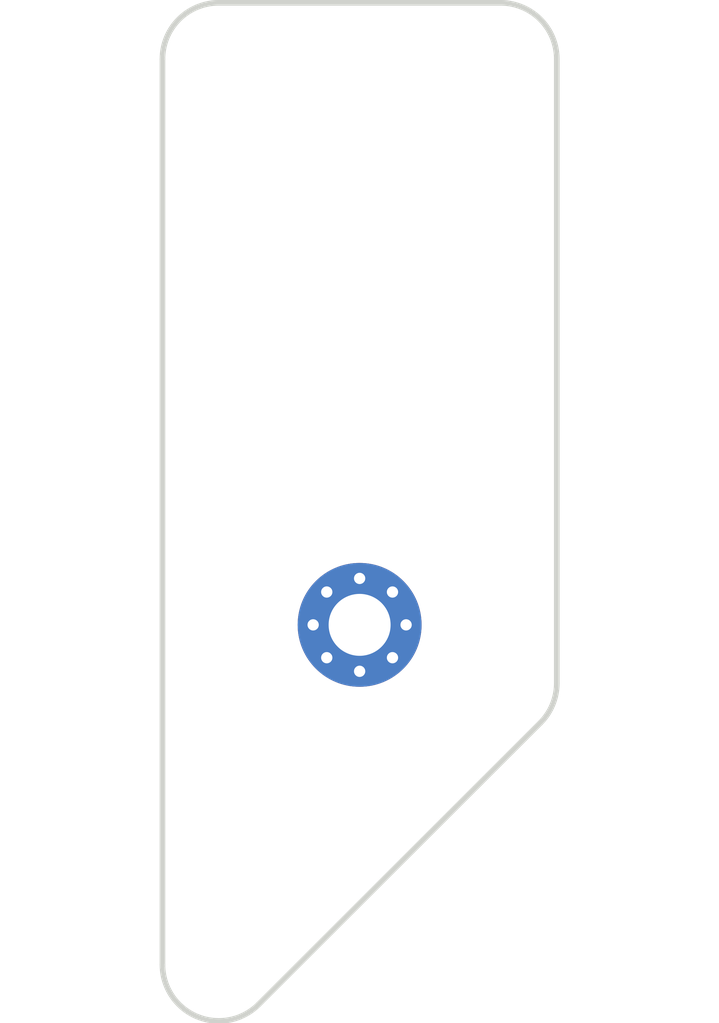
<source format=kicad_pcb>
(kicad_pcb (version 20171130) (host pcbnew 5.1.2)

  (general
    (thickness 1.6)
    (drawings 9)
    (tracks 0)
    (zones 0)
    (modules 1)
    (nets 1)
  )

  (page A4)
  (layers
    (0 F.Cu signal)
    (31 B.Cu signal)
    (32 B.Adhes user)
    (33 F.Adhes user)
    (34 B.Paste user)
    (35 F.Paste user)
    (36 B.SilkS user)
    (37 F.SilkS user)
    (38 B.Mask user)
    (39 F.Mask user)
    (40 Dwgs.User user)
    (41 Cmts.User user)
    (42 Eco1.User user)
    (43 Eco2.User user)
    (44 Edge.Cuts user)
    (45 Margin user)
    (46 B.CrtYd user)
    (47 F.CrtYd user)
    (48 B.Fab user)
    (49 F.Fab user)
  )

  (setup
    (last_trace_width 0.25)
    (trace_clearance 0.2)
    (zone_clearance 0.508)
    (zone_45_only no)
    (trace_min 0.2)
    (via_size 0.8)
    (via_drill 0.4)
    (via_min_size 0.4)
    (via_min_drill 0.3)
    (uvia_size 0.3)
    (uvia_drill 0.1)
    (uvias_allowed no)
    (uvia_min_size 0.2)
    (uvia_min_drill 0.1)
    (edge_width 0.05)
    (segment_width 0.2)
    (pcb_text_width 0.3)
    (pcb_text_size 1.5 1.5)
    (mod_edge_width 0.12)
    (mod_text_size 1 1)
    (mod_text_width 0.15)
    (pad_size 1.524 1.524)
    (pad_drill 0.762)
    (pad_to_mask_clearance 0.051)
    (solder_mask_min_width 0.25)
    (aux_axis_origin 0 0)
    (visible_elements FFFFFF7F)
    (pcbplotparams
      (layerselection 0x010fc_ffffffff)
      (usegerberextensions false)
      (usegerberattributes false)
      (usegerberadvancedattributes false)
      (creategerberjobfile false)
      (excludeedgelayer true)
      (linewidth 0.100000)
      (plotframeref false)
      (viasonmask false)
      (mode 1)
      (useauxorigin false)
      (hpglpennumber 1)
      (hpglpenspeed 20)
      (hpglpendiameter 15.000000)
      (psnegative false)
      (psa4output false)
      (plotreference true)
      (plotvalue true)
      (plotinvisibletext false)
      (padsonsilk false)
      (subtractmaskfromsilk false)
      (outputformat 1)
      (mirror false)
      (drillshape 1)
      (scaleselection 1)
      (outputdirectory ""))
  )

  (net 0 "")

  (net_class Default "This is the default net class."
    (clearance 0.2)
    (trace_width 0.25)
    (via_dia 0.8)
    (via_drill 0.4)
    (uvia_dia 0.3)
    (uvia_drill 0.1)
  )

  (module MountingHole_2.2mm_M2_Pad_Via (layer F.Cu) (tedit 56DDB9C7) (tstamp 5D4EEBE6)
    (at 215.25 59.100505)
    (descr "Mounting Hole 2.2mm, M2")
    (tags "mounting hole 2.2mm m2")
    (attr virtual)
    (fp_text reference REF** (at 0 -3.2) (layer F.SilkS) hide
      (effects (font (size 1 1) (thickness 0.15)))
    )
    (fp_text value MountingHole_2.2mm_M2_Pad_Via (at 0 3.2) (layer F.Fab)
      (effects (font (size 1 1) (thickness 0.15)))
    )
    (fp_circle (center 0 0) (end 2.45 0) (layer F.CrtYd) (width 0.05))
    (fp_circle (center 0 0) (end 2.2 0) (layer Cmts.User) (width 0.15))
    (fp_text user %R (at 0.3 0) (layer F.Fab)
      (effects (font (size 1 1) (thickness 0.15)))
    )
    (pad 1 thru_hole circle (at 1.166726 -1.166726) (size 0.7 0.7) (drill 0.4) (layers *.Cu *.Mask))
    (pad 1 thru_hole circle (at 0 -1.65) (size 0.7 0.7) (drill 0.4) (layers *.Cu *.Mask))
    (pad 1 thru_hole circle (at -1.166726 -1.166726) (size 0.7 0.7) (drill 0.4) (layers *.Cu *.Mask))
    (pad 1 thru_hole circle (at -1.65 0) (size 0.7 0.7) (drill 0.4) (layers *.Cu *.Mask))
    (pad 1 thru_hole circle (at -1.166726 1.166726) (size 0.7 0.7) (drill 0.4) (layers *.Cu *.Mask))
    (pad 1 thru_hole circle (at 0 1.65) (size 0.7 0.7) (drill 0.4) (layers *.Cu *.Mask))
    (pad 1 thru_hole circle (at 1.166726 1.166726) (size 0.7 0.7) (drill 0.4) (layers *.Cu *.Mask))
    (pad 1 thru_hole circle (at 1.65 0) (size 0.7 0.7) (drill 0.4) (layers *.Cu *.Mask))
    (pad 1 thru_hole circle (at 0 0) (size 4.4 4.4) (drill 2.2) (layers *.Cu *.Mask))
  )

  (gr_circle (center 215.25 59.100505) (end 216.35 59.100505) (layer Eco1.User) (width 0.2))
  (gr_arc (start 210.25 39) (end 210.25 37) (angle -90) (layer Edge.Cuts) (width 0.2))
  (gr_line (start 208.25 71.171572) (end 208.25 39) (layer Edge.Cuts) (width 0.2))
  (gr_arc (start 210.25 71.171572) (end 208.25 71.171572) (angle -135) (layer Edge.Cuts) (width 0.2))
  (gr_line (start 221.664213 62.585786) (end 211.664213 72.585786) (layer Edge.Cuts) (width 0.2))
  (gr_arc (start 220.25 61.171572) (end 221.664213 62.585786) (angle -45) (layer Edge.Cuts) (width 0.2))
  (gr_line (start 222.25 39) (end 222.25 61.171572) (layer Edge.Cuts) (width 0.2))
  (gr_arc (start 220.25 39) (end 222.25 39) (angle -90) (layer Edge.Cuts) (width 0.2))
  (gr_line (start 210.25 37) (end 220.25 37) (layer Edge.Cuts) (width 0.2))

)

</source>
